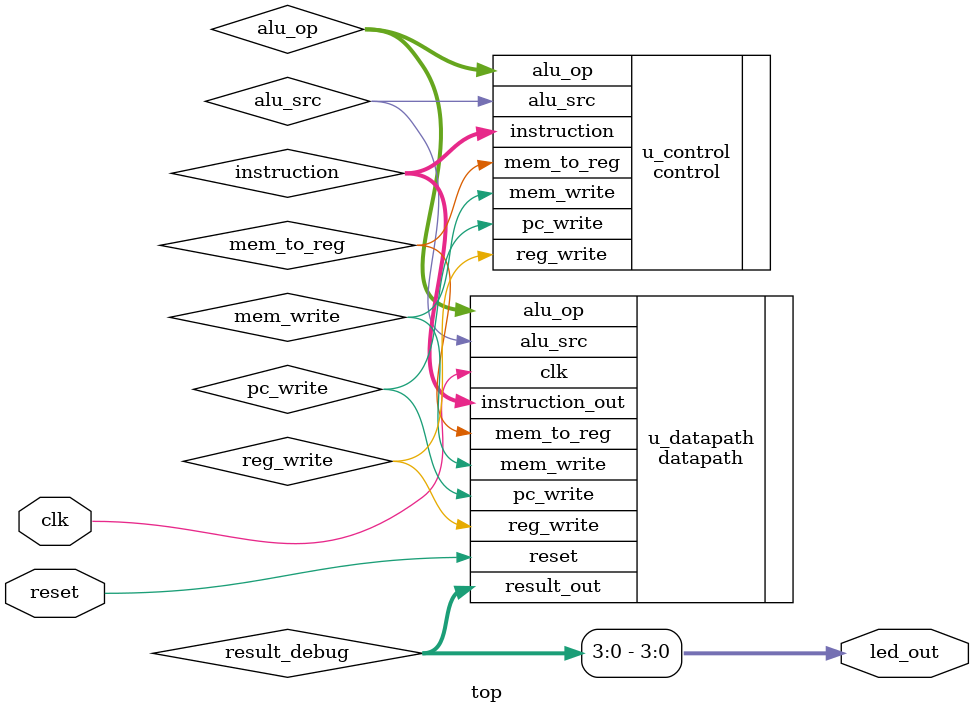
<source format=v>
module top (
    input  wire clk,
    input  wire reset,
    output wire [3:0] led_out          // LSB shows the last 4 bits
);

    wire [7:0] result_debug;
    wire [7:0] instruction;

    wire reg_write, mem_write, alu_src, pc_write, mem_to_reg;
    wire [2:0] alu_op;

    datapath u_datapath (
        .clk(clk),
        .reset(reset),
        .reg_write(reg_write),
        .mem_write(mem_write),
        .alu_src(alu_src),
        .pc_write(pc_write),
        .alu_op(alu_op),
        .mem_to_reg(mem_to_reg),
        .instruction_out(instruction),
        .result_out(result_debug)
    );

    control u_control (
        .instruction(instruction),
        .reg_write(reg_write),
        .mem_write(mem_write),
        .alu_src(alu_src),
        .pc_write(pc_write),
        .alu_op(alu_op),
        .mem_to_reg(mem_to_reg)
    );

    assign led_out = result_debug[3:0]; 
endmodule

</source>
